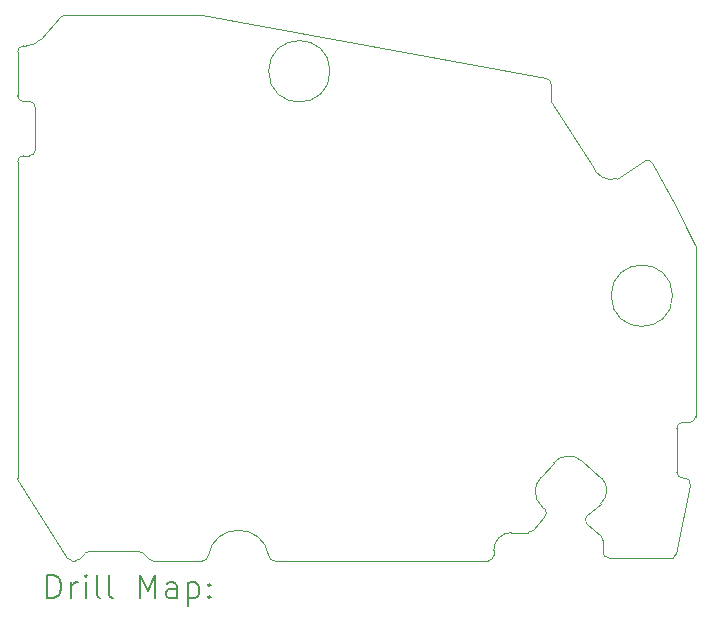
<source format=gbr>
%FSLAX45Y45*%
G04 Gerber Fmt 4.5, Leading zero omitted, Abs format (unit mm)*
G04 Created by KiCad (PCBNEW (6.0.6)) date 2023-05-08 04:54:04*
%MOMM*%
%LPD*%
G01*
G04 APERTURE LIST*
%TA.AperFunction,Profile*%
%ADD10C,0.100000*%
%TD*%
%ADD11C,0.200000*%
G04 APERTURE END LIST*
D10*
X15915732Y-12644082D02*
X15915732Y-12684082D01*
X17461403Y-12673421D02*
X17580503Y-12092621D01*
X14012341Y-12692472D02*
G75*
G03*
X13497996Y-12694126I-257037J-43171D01*
G01*
X16343734Y-12364921D02*
X16246334Y-12476921D01*
X17429891Y-10489164D02*
G75*
G03*
X17429891Y-10489164I-260000J0D01*
G01*
X11884598Y-12036216D02*
X11884598Y-9354216D01*
X16839890Y-12560463D02*
G75*
G03*
X16823109Y-12523093I-49970J14D01*
G01*
X17515598Y-12032216D02*
X17531598Y-12032216D01*
X12492369Y-12653657D02*
X12910969Y-12653657D01*
X13445779Y-12733651D02*
G75*
G03*
X13497996Y-12694126I3091J50171D01*
G01*
X11934598Y-8374218D02*
G75*
G03*
X11884598Y-8424216I2J-50002D01*
G01*
X16703409Y-12418993D02*
X16823109Y-12523093D01*
X11984598Y-9304218D02*
G75*
G03*
X12034598Y-9254216I2J49998D01*
G01*
X12997025Y-12719000D02*
G75*
G03*
X13032379Y-12733646I35355J35350D01*
G01*
X17189194Y-9349690D02*
X16960194Y-9498390D01*
X11884598Y-8794216D02*
X11884598Y-8424216D01*
X12034604Y-8894216D02*
G75*
G03*
X11984598Y-8844216I-50004J-4D01*
G01*
X16317453Y-12025221D02*
X16422453Y-11904521D01*
X16835871Y-12038480D02*
X16662271Y-11887580D01*
X16889891Y-12709163D02*
X17326391Y-12709163D01*
X12346458Y-12733646D02*
X12370958Y-12733646D01*
X16208332Y-12494078D02*
G75*
G03*
X16246334Y-12476921I88J50468D01*
G01*
X16751399Y-9382819D02*
G75*
G03*
X16960194Y-9498390I162181J46609D01*
G01*
X12034598Y-9254216D02*
X12034598Y-8894216D01*
X17625600Y-11512021D02*
X17625600Y-10067321D01*
X11934598Y-8374216D02*
X11954398Y-8374216D01*
X13032379Y-12733646D02*
X13445779Y-12733646D01*
X17580501Y-12092621D02*
G75*
G03*
X17531598Y-12032216I-48911J10401D01*
G01*
X16343731Y-12364917D02*
G75*
G03*
X16348388Y-12294100I-33081J37738D01*
G01*
X12281349Y-8115000D02*
X13442649Y-8115000D01*
X14061632Y-12734082D02*
X15865732Y-12734082D01*
X13442649Y-8115000D02*
X16359749Y-8648500D01*
X12304396Y-12710686D02*
G75*
G03*
X12346458Y-12733646I42044J27016D01*
G01*
X17625600Y-10067321D02*
G75*
G03*
X17261426Y-9369044I-8178660J-3821339D01*
G01*
X12281349Y-8115002D02*
G75*
G03*
X12243598Y-8132216I11J-50028D01*
G01*
X16065732Y-12494082D02*
X16208332Y-12494082D01*
X17465598Y-11982216D02*
X17465598Y-11612216D01*
X12082881Y-8315766D02*
X12243598Y-8132216D01*
X14529891Y-8589164D02*
G75*
G03*
X14529891Y-8589164I-260000J0D01*
G01*
X17326391Y-12709163D02*
X17437891Y-12705963D01*
X16751397Y-9382820D02*
X16409397Y-8856220D01*
X16401183Y-8697761D02*
G75*
G03*
X16359749Y-8648500I-50023J-19D01*
G01*
X11934598Y-9304216D02*
X11984598Y-9304216D01*
X12406313Y-12719001D02*
X12457013Y-12668301D01*
X16708133Y-12348251D02*
X16821333Y-12249851D01*
X16821330Y-12249847D02*
G75*
G03*
X16835871Y-12038480I-98600J112967D01*
G01*
X11884598Y-12036216D02*
G75*
G03*
X11892698Y-12063499I49952J-14D01*
G01*
X14012340Y-12692472D02*
G75*
G03*
X14061632Y-12734082I49310J8412D01*
G01*
X15865732Y-12734082D02*
G75*
G03*
X15915732Y-12684082I-2J50002D01*
G01*
X11934598Y-9304218D02*
G75*
G03*
X11884598Y-9354216I2J-50002D01*
G01*
X16839891Y-12659163D02*
X16839891Y-12560463D01*
X12946324Y-12668301D02*
X12997024Y-12719001D01*
X12492369Y-12653657D02*
G75*
G03*
X12457013Y-12668301I1J-50003D01*
G01*
X12370958Y-12733646D02*
G75*
G03*
X12406313Y-12719001I2J49996D01*
G01*
X17515598Y-11562218D02*
G75*
G03*
X17465598Y-11612216I2J-50002D01*
G01*
X11984598Y-8844216D02*
X11934598Y-8844216D01*
X16839887Y-12659163D02*
G75*
G03*
X16889891Y-12709163I50004J4D01*
G01*
X11884604Y-8794216D02*
G75*
G03*
X11934598Y-8844216I49996J-4D01*
G01*
X17261421Y-9369046D02*
G75*
G03*
X17189194Y-9349690I-44631J-22104D01*
G01*
X11954398Y-8374215D02*
G75*
G03*
X12082881Y-8315766I262J169865D01*
G01*
X16401182Y-8697761D02*
X16401182Y-8828761D01*
X17575600Y-11562020D02*
G75*
G03*
X17625600Y-11512021I0J50000D01*
G01*
X16348388Y-12294100D02*
X16325788Y-12274400D01*
X17465604Y-11982216D02*
G75*
G03*
X17515598Y-12032216I49996J-4D01*
G01*
X11892698Y-12063499D02*
X12304399Y-12710684D01*
X16708129Y-12348247D02*
G75*
G03*
X16703409Y-12418993I33011J-37733D01*
G01*
X16317448Y-12025216D02*
G75*
G03*
X16325788Y-12274400I119742J-120724D01*
G01*
X12946325Y-12668300D02*
G75*
G03*
X12910969Y-12653657I-35355J-35360D01*
G01*
X16065732Y-12494082D02*
G75*
G03*
X15915732Y-12644082I-2J-149998D01*
G01*
X16662268Y-11887583D02*
G75*
G03*
X16422453Y-11904521I-111438J-128377D01*
G01*
X17437892Y-12705966D02*
G75*
G03*
X17461403Y-12673421I-25582J43246D01*
G01*
X16401185Y-8828761D02*
G75*
G03*
X16409397Y-8856220I50015J1D01*
G01*
X17575600Y-11562021D02*
X17515598Y-11562216D01*
D11*
X12137217Y-13049558D02*
X12137217Y-12849558D01*
X12184836Y-12849558D01*
X12213407Y-12859082D01*
X12232455Y-12878130D01*
X12241979Y-12897177D01*
X12251502Y-12935272D01*
X12251502Y-12963844D01*
X12241979Y-13001939D01*
X12232455Y-13020987D01*
X12213407Y-13040034D01*
X12184836Y-13049558D01*
X12137217Y-13049558D01*
X12337217Y-13049558D02*
X12337217Y-12916225D01*
X12337217Y-12954320D02*
X12346740Y-12935272D01*
X12356264Y-12925749D01*
X12375312Y-12916225D01*
X12394360Y-12916225D01*
X12461026Y-13049558D02*
X12461026Y-12916225D01*
X12461026Y-12849558D02*
X12451502Y-12859082D01*
X12461026Y-12868606D01*
X12470550Y-12859082D01*
X12461026Y-12849558D01*
X12461026Y-12868606D01*
X12584836Y-13049558D02*
X12565788Y-13040034D01*
X12556264Y-13020987D01*
X12556264Y-12849558D01*
X12689598Y-13049558D02*
X12670550Y-13040034D01*
X12661026Y-13020987D01*
X12661026Y-12849558D01*
X12918169Y-13049558D02*
X12918169Y-12849558D01*
X12984836Y-12992415D01*
X13051502Y-12849558D01*
X13051502Y-13049558D01*
X13232455Y-13049558D02*
X13232455Y-12944796D01*
X13222931Y-12925749D01*
X13203883Y-12916225D01*
X13165788Y-12916225D01*
X13146740Y-12925749D01*
X13232455Y-13040034D02*
X13213407Y-13049558D01*
X13165788Y-13049558D01*
X13146740Y-13040034D01*
X13137217Y-13020987D01*
X13137217Y-13001939D01*
X13146740Y-12982892D01*
X13165788Y-12973368D01*
X13213407Y-12973368D01*
X13232455Y-12963844D01*
X13327693Y-12916225D02*
X13327693Y-13116225D01*
X13327693Y-12925749D02*
X13346740Y-12916225D01*
X13384836Y-12916225D01*
X13403883Y-12925749D01*
X13413407Y-12935272D01*
X13422931Y-12954320D01*
X13422931Y-13011463D01*
X13413407Y-13030511D01*
X13403883Y-13040034D01*
X13384836Y-13049558D01*
X13346740Y-13049558D01*
X13327693Y-13040034D01*
X13508645Y-13030511D02*
X13518169Y-13040034D01*
X13508645Y-13049558D01*
X13499121Y-13040034D01*
X13508645Y-13030511D01*
X13508645Y-13049558D01*
X13508645Y-12925749D02*
X13518169Y-12935272D01*
X13508645Y-12944796D01*
X13499121Y-12935272D01*
X13508645Y-12925749D01*
X13508645Y-12944796D01*
M02*

</source>
